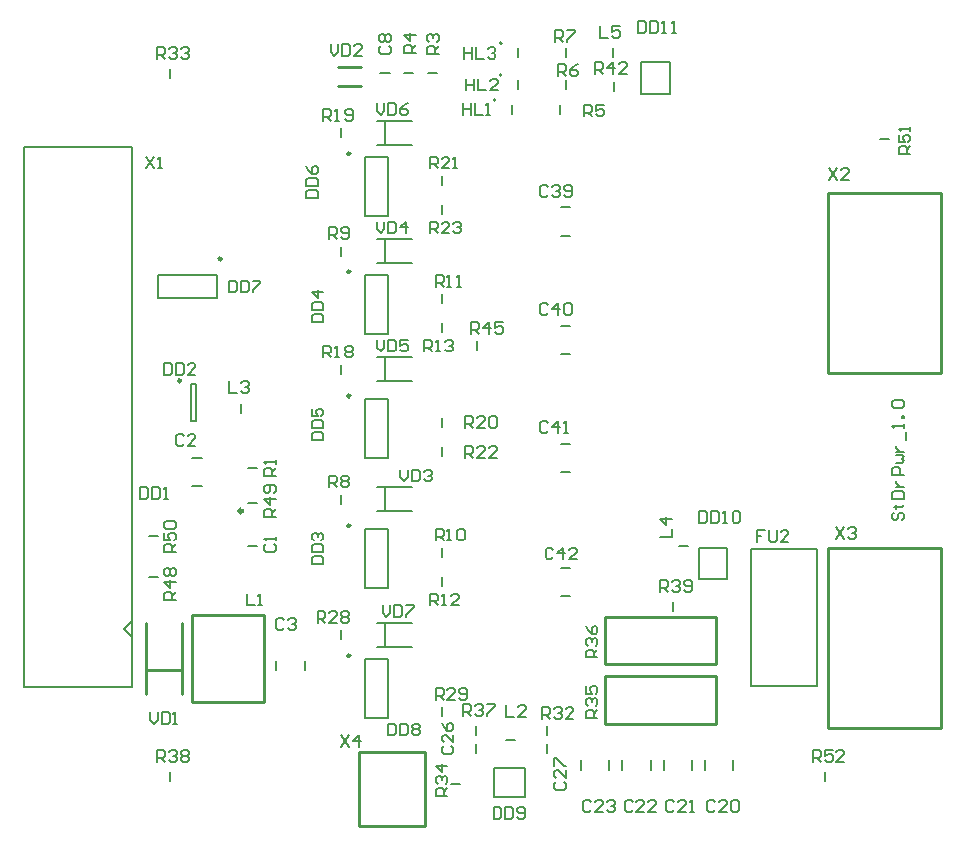
<source format=gto>
G04 Layer_Color=65535*
%FSLAX44Y44*%
%MOMM*%
G71*
G01*
G75*
%ADD32C,0.2000*%
%ADD34C,0.3000*%
%ADD51C,0.2500*%
%ADD52C,0.2540*%
%ADD53C,0.1500*%
D32*
X721000Y998000D02*
G03*
X721000Y998000I-1000J0D01*
G01*
X726000Y1019000D02*
G03*
X726000Y1019000I-1000J0D01*
G01*
Y1046000D02*
G03*
X726000Y1046000I-1000J0D01*
G01*
X719000Y408000D02*
Y432000D01*
Y408000D02*
X746000D01*
Y432000D01*
X719000D02*
X746000D01*
X793000Y431000D02*
Y439000D01*
X817000Y431000D02*
Y439000D01*
X828000Y431000D02*
Y439000D01*
X852000Y431000D02*
Y439000D01*
X863000Y431000D02*
Y439000D01*
X887000Y431000D02*
Y439000D01*
X898000Y431000D02*
Y439000D01*
X922000Y431000D02*
Y439000D01*
X620000Y960000D02*
X650000D01*
X620000Y980000D02*
X650000D01*
X627500Y960000D02*
Y980000D01*
X610000Y900000D02*
X630000D01*
X610000Y950000D02*
X630000D01*
Y900000D02*
Y950000D01*
X610000Y900000D02*
Y950000D01*
X620000Y860000D02*
X650000D01*
X620000Y880000D02*
X650000D01*
X627500Y860000D02*
Y880000D01*
X610000Y800000D02*
X630000D01*
X610000Y850000D02*
X630000D01*
Y800000D02*
Y850000D01*
X610000Y800000D02*
Y850000D01*
X620000Y760000D02*
X650000D01*
X620000Y780000D02*
X650000D01*
X627500Y760000D02*
Y780000D01*
X610000Y695000D02*
X630000D01*
X610000Y745000D02*
X630000D01*
Y695000D02*
Y745000D01*
X610000Y695000D02*
Y745000D01*
X620000Y650000D02*
X650000D01*
X620000Y670000D02*
X650000D01*
X627500Y650000D02*
Y670000D01*
X610000Y585000D02*
X630000D01*
X610000Y635000D02*
X630000D01*
Y585000D02*
Y635000D01*
X610000Y585000D02*
Y635000D01*
X620000Y535000D02*
X650000D01*
X620000Y555000D02*
X650000D01*
X627500Y535000D02*
Y555000D01*
X610000Y475000D02*
X630000D01*
X610000Y525000D02*
X630000D01*
Y475000D02*
Y525000D01*
X610000Y475000D02*
Y525000D01*
X464000Y695000D02*
X472000D01*
X464000Y671000D02*
X472000D01*
X467500Y726500D02*
Y757500D01*
X462500Y726500D02*
Y757500D01*
Y726500D02*
X467500D01*
X462500Y757500D02*
X467500D01*
X435000Y830000D02*
Y850000D01*
X485000Y830000D02*
Y850000D01*
X435000Y830000D02*
X485000D01*
X435000Y850000D02*
X485000D01*
X413000Y500600D02*
Y957800D01*
X321600Y500600D02*
Y957800D01*
X413000D01*
X321600Y500600D02*
X413000D01*
X406000Y550000D02*
X413000Y543000D01*
X406000Y550000D02*
X413000Y557000D01*
X559000Y515000D02*
Y523000D01*
X535000Y515000D02*
Y523000D01*
X776000Y683000D02*
X784000D01*
X776000Y707000D02*
X784000D01*
X776000Y783000D02*
X784000D01*
X776000Y807000D02*
X784000D01*
X776000Y883000D02*
X784000D01*
X776000Y907000D02*
X784000D01*
X844000Y1030000D02*
X868000D01*
X844000Y1003000D02*
Y1030000D01*
Y1003000D02*
X868000D01*
Y1030000D01*
X893000Y619000D02*
X917000D01*
X893000Y592000D02*
Y619000D01*
Y592000D02*
X917000D01*
Y619000D01*
X937000Y618000D02*
X993000D01*
X937000Y502000D02*
Y618000D01*
Y502000D02*
X993000D01*
Y618000D01*
X776000Y578000D02*
X784000D01*
X776000Y602000D02*
X784000D01*
X1058003Y648664D02*
X1056337Y646998D01*
Y643666D01*
X1058003Y642000D01*
X1059669D01*
X1061336Y643666D01*
Y646998D01*
X1063002Y648664D01*
X1064668D01*
X1066334Y646998D01*
Y643666D01*
X1064668Y642000D01*
X1058003Y653663D02*
X1059669D01*
Y651997D01*
Y655329D01*
Y653663D01*
X1064668D01*
X1066334Y655329D01*
X1056337Y660327D02*
X1066334D01*
Y665326D01*
X1064668Y666992D01*
X1058003D01*
X1056337Y665326D01*
Y660327D01*
X1059669Y670324D02*
X1066334D01*
X1063002D01*
X1061336Y671990D01*
X1059669Y673656D01*
Y675323D01*
X1066334Y680321D02*
X1056337D01*
Y685319D01*
X1058003Y686985D01*
X1061336D01*
X1063002Y685319D01*
Y680321D01*
X1059669Y690318D02*
X1064668D01*
X1066334Y691984D01*
X1064668Y693650D01*
X1066334Y695316D01*
X1064668Y696982D01*
X1059669D01*
Y700315D02*
X1066334D01*
X1063002D01*
X1061336Y701981D01*
X1059669Y703647D01*
Y705313D01*
X1068000Y710311D02*
Y716976D01*
X1066334Y720308D02*
Y723640D01*
Y721974D01*
X1056337D01*
X1058003Y720308D01*
X1066334Y728639D02*
X1064668D01*
Y730305D01*
X1066334D01*
Y728639D01*
X1058003Y736969D02*
X1056337Y738635D01*
Y741968D01*
X1058003Y743634D01*
X1064668D01*
X1066334Y741968D01*
Y738635D01*
X1064668Y736969D01*
X1058003D01*
X989330Y437712D02*
Y447709D01*
X994328D01*
X995994Y446043D01*
Y442710D01*
X994328Y441044D01*
X989330D01*
X992662D02*
X995994Y437712D01*
X1005991Y447709D02*
X999327D01*
Y442710D01*
X1002659Y444376D01*
X1004325D01*
X1005991Y442710D01*
Y439378D01*
X1004325Y437712D01*
X1000993D01*
X999327Y439378D01*
X1015988Y437712D02*
X1009324D01*
X1015988Y444376D01*
Y446043D01*
X1014322Y447709D01*
X1010990D01*
X1009324Y446043D01*
X1072000Y952000D02*
X1062003D01*
Y956998D01*
X1063669Y958664D01*
X1067002D01*
X1068668Y956998D01*
Y952000D01*
Y955332D02*
X1072000Y958664D01*
X1062003Y968661D02*
Y961997D01*
X1067002D01*
X1065335Y965329D01*
Y966995D01*
X1067002Y968661D01*
X1070334D01*
X1072000Y966995D01*
Y963663D01*
X1070334Y961997D01*
X1072000Y971994D02*
Y975326D01*
Y973660D01*
X1062003D01*
X1063669Y971994D01*
X434340Y437712D02*
Y447709D01*
X439338D01*
X441004Y446043D01*
Y442710D01*
X439338Y441044D01*
X434340D01*
X437672D02*
X441004Y437712D01*
X444337Y446043D02*
X446003Y447709D01*
X449335D01*
X451001Y446043D01*
Y444376D01*
X449335Y442710D01*
X447669D01*
X449335D01*
X451001Y441044D01*
Y439378D01*
X449335Y437712D01*
X446003D01*
X444337Y439378D01*
X454334Y446043D02*
X456000Y447709D01*
X459332D01*
X460998Y446043D01*
Y444376D01*
X459332Y442710D01*
X460998Y441044D01*
Y439378D01*
X459332Y437712D01*
X456000D01*
X454334Y439378D01*
Y441044D01*
X456000Y442710D01*
X454334Y444376D01*
Y446043D01*
X456000Y442710D02*
X459332D01*
X434340Y1032482D02*
Y1042479D01*
X439338D01*
X441004Y1040813D01*
Y1037480D01*
X439338Y1035814D01*
X434340D01*
X437672D02*
X441004Y1032482D01*
X444337Y1040813D02*
X446003Y1042479D01*
X449335D01*
X451001Y1040813D01*
Y1039146D01*
X449335Y1037480D01*
X447669D01*
X449335D01*
X451001Y1035814D01*
Y1034148D01*
X449335Y1032482D01*
X446003D01*
X444337Y1034148D01*
X454334Y1040813D02*
X456000Y1042479D01*
X459332D01*
X460998Y1040813D01*
Y1039146D01*
X459332Y1037480D01*
X457666D01*
X459332D01*
X460998Y1035814D01*
Y1034148D01*
X459332Y1032482D01*
X456000D01*
X454334Y1034148D01*
X809324Y1060489D02*
Y1050492D01*
X815988D01*
X825985Y1060489D02*
X819321D01*
Y1055490D01*
X822653Y1057157D01*
X824319D01*
X825985Y1055490D01*
Y1052158D01*
X824319Y1050492D01*
X820987D01*
X819321Y1052158D01*
X860003Y628000D02*
X870000D01*
Y634664D01*
Y642995D02*
X860003D01*
X865002Y637997D01*
Y644661D01*
X769665Y617331D02*
X767998Y618997D01*
X764666D01*
X763000Y617331D01*
Y610666D01*
X764666Y609000D01*
X767998D01*
X769665Y610666D01*
X777995Y609000D02*
Y618997D01*
X772997Y613998D01*
X779661D01*
X789658Y609000D02*
X782994D01*
X789658Y615664D01*
Y617331D01*
X787992Y618997D01*
X784660D01*
X782994Y617331D01*
X765362Y724427D02*
X763696Y726093D01*
X760364D01*
X758698Y724427D01*
Y717762D01*
X760364Y716096D01*
X763696D01*
X765362Y717762D01*
X773693Y716096D02*
Y726093D01*
X768695Y721094D01*
X775359D01*
X778692Y716096D02*
X782024D01*
X780358D01*
Y726093D01*
X778692Y724427D01*
X765362Y824503D02*
X763696Y826169D01*
X760364D01*
X758698Y824503D01*
Y817838D01*
X760364Y816172D01*
X763696D01*
X765362Y817838D01*
X773693Y816172D02*
Y826169D01*
X768695Y821170D01*
X775359D01*
X778692Y824503D02*
X780358Y826169D01*
X783690D01*
X785356Y824503D01*
Y817838D01*
X783690Y816172D01*
X780358D01*
X778692Y817838D01*
Y824503D01*
X765362Y924325D02*
X763696Y925991D01*
X760364D01*
X758698Y924325D01*
Y917660D01*
X760364Y915994D01*
X763696D01*
X765362Y917660D01*
X768695Y924325D02*
X770361Y925991D01*
X773693D01*
X775359Y924325D01*
Y922658D01*
X773693Y920992D01*
X772027D01*
X773693D01*
X775359Y919326D01*
Y917660D01*
X773693Y915994D01*
X770361D01*
X768695Y917660D01*
X778692D02*
X780358Y915994D01*
X783690D01*
X785356Y917660D01*
Y924325D01*
X783690Y925991D01*
X780358D01*
X778692Y924325D01*
Y922658D01*
X780358Y920992D01*
X785356D01*
X428000Y479997D02*
Y473332D01*
X431332Y470000D01*
X434664Y473332D01*
Y479997D01*
X437997D02*
Y470000D01*
X442995D01*
X444661Y471666D01*
Y478331D01*
X442995Y479997D01*
X437997D01*
X447994Y470000D02*
X451326D01*
X449660D01*
Y479997D01*
X447994Y478331D01*
X510000Y579997D02*
Y570000D01*
X516665D01*
X519997D02*
X523329D01*
X521663D01*
Y579997D01*
X519997Y578331D01*
X420000Y669997D02*
Y660000D01*
X424998D01*
X426665Y661666D01*
Y668331D01*
X424998Y669997D01*
X420000D01*
X429997D02*
Y660000D01*
X434995D01*
X436661Y661666D01*
Y668331D01*
X434995Y669997D01*
X429997D01*
X439994Y660000D02*
X443326D01*
X441660D01*
Y669997D01*
X439994Y668331D01*
X590000Y459997D02*
X596665Y450000D01*
Y459997D02*
X590000Y450000D01*
X604995D02*
Y459997D01*
X599997Y454998D01*
X606661D01*
X1009000Y635997D02*
X1015665Y626000D01*
Y635997D02*
X1009000Y626000D01*
X1018997Y634331D02*
X1020663Y635997D01*
X1023995D01*
X1025661Y634331D01*
Y632664D01*
X1023995Y630998D01*
X1022329D01*
X1023995D01*
X1025661Y629332D01*
Y627666D01*
X1023995Y626000D01*
X1020663D01*
X1018997Y627666D01*
X1003046Y939961D02*
X1009710Y929964D01*
Y939961D02*
X1003046Y929964D01*
X1019707D02*
X1013043D01*
X1019707Y936628D01*
Y938295D01*
X1018041Y939961D01*
X1014709D01*
X1013043Y938295D01*
X425000Y949997D02*
X431665Y940000D01*
Y949997D02*
X425000Y940000D01*
X434997D02*
X438329D01*
X436663D01*
Y949997D01*
X434997Y948331D01*
X625000Y569997D02*
Y563332D01*
X628332Y560000D01*
X631665Y563332D01*
Y569997D01*
X634997D02*
Y560000D01*
X639995D01*
X641661Y561666D01*
Y568331D01*
X639995Y569997D01*
X634997D01*
X644994D02*
X651658D01*
Y568331D01*
X644994Y561666D01*
Y560000D01*
X620000Y994997D02*
Y988332D01*
X623332Y985000D01*
X626665Y988332D01*
Y994997D01*
X629997D02*
Y985000D01*
X634995D01*
X636661Y986666D01*
Y993331D01*
X634995Y994997D01*
X629997D01*
X646658D02*
X643326Y993331D01*
X639994Y989998D01*
Y986666D01*
X641660Y985000D01*
X644992D01*
X646658Y986666D01*
Y988332D01*
X644992Y989998D01*
X639994D01*
X620000Y794997D02*
Y788332D01*
X623332Y785000D01*
X626665Y788332D01*
Y794997D01*
X629997D02*
Y785000D01*
X634995D01*
X636661Y786666D01*
Y793331D01*
X634995Y794997D01*
X629997D01*
X646658D02*
X639994D01*
Y789998D01*
X643326Y791665D01*
X644992D01*
X646658Y789998D01*
Y786666D01*
X644992Y785000D01*
X641660D01*
X639994Y786666D01*
X620000Y894997D02*
Y888332D01*
X623332Y885000D01*
X626665Y888332D01*
Y894997D01*
X629997D02*
Y885000D01*
X634995D01*
X636661Y886666D01*
Y893331D01*
X634995Y894997D01*
X629997D01*
X644992Y885000D02*
Y894997D01*
X639994Y889998D01*
X646658D01*
X640000Y684997D02*
Y678332D01*
X643332Y675000D01*
X646665Y678332D01*
Y684997D01*
X649997D02*
Y675000D01*
X654995D01*
X656661Y676666D01*
Y683331D01*
X654995Y684997D01*
X649997D01*
X659994Y683331D02*
X661660Y684997D01*
X664992D01*
X666658Y683331D01*
Y681665D01*
X664992Y679998D01*
X663326D01*
X664992D01*
X666658Y678332D01*
Y676666D01*
X664992Y675000D01*
X661660D01*
X659994Y676666D01*
X581000Y1044997D02*
Y1038332D01*
X584332Y1035000D01*
X587664Y1038332D01*
Y1044997D01*
X590997D02*
Y1035000D01*
X595995D01*
X597661Y1036666D01*
Y1043331D01*
X595995Y1044997D01*
X590997D01*
X607658Y1035000D02*
X600993D01*
X607658Y1041665D01*
Y1043331D01*
X605992Y1044997D01*
X602660D01*
X600993Y1043331D01*
X450000Y615000D02*
X440003D01*
Y619998D01*
X441669Y621665D01*
X445002D01*
X446668Y619998D01*
Y615000D01*
Y618332D02*
X450000Y621665D01*
X440003Y631661D02*
Y624997D01*
X445002D01*
X443335Y628329D01*
Y629995D01*
X445002Y631661D01*
X448334D01*
X450000Y629995D01*
Y626663D01*
X448334Y624997D01*
X441669Y634994D02*
X440003Y636660D01*
Y639992D01*
X441669Y641658D01*
X448334D01*
X450000Y639992D01*
Y636660D01*
X448334Y634994D01*
X441669D01*
X535000Y645000D02*
X525003D01*
Y649998D01*
X526669Y651665D01*
X530002D01*
X531668Y649998D01*
Y645000D01*
Y648332D02*
X535000Y651665D01*
Y659995D02*
X525003D01*
X530002Y654997D01*
Y661661D01*
X533334Y664994D02*
X535000Y666660D01*
Y669992D01*
X533334Y671658D01*
X526669D01*
X525003Y669992D01*
Y666660D01*
X526669Y664994D01*
X528335D01*
X530002Y666660D01*
Y671658D01*
X450000Y575000D02*
X440003D01*
Y579998D01*
X441669Y581665D01*
X445002D01*
X446668Y579998D01*
Y575000D01*
Y578332D02*
X450000Y581665D01*
Y589995D02*
X440003D01*
X445002Y584997D01*
Y591661D01*
X441669Y594994D02*
X440003Y596660D01*
Y599992D01*
X441669Y601658D01*
X443335D01*
X445002Y599992D01*
X446668Y601658D01*
X448334D01*
X450000Y599992D01*
Y596660D01*
X448334Y594994D01*
X446668D01*
X445002Y596660D01*
X443335Y594994D01*
X441669D01*
X445002Y596660D02*
Y599992D01*
X700000Y800000D02*
Y809997D01*
X704998D01*
X706665Y808331D01*
Y804998D01*
X704998Y803332D01*
X700000D01*
X703332D02*
X706665Y800000D01*
X714995D02*
Y809997D01*
X709997Y804998D01*
X716661D01*
X726658Y809997D02*
X719994D01*
Y804998D01*
X723326Y806665D01*
X724992D01*
X726658Y804998D01*
Y801666D01*
X724992Y800000D01*
X721660D01*
X719994Y801666D01*
X805000Y1020000D02*
Y1029997D01*
X809998D01*
X811665Y1028331D01*
Y1024998D01*
X809998Y1023332D01*
X805000D01*
X808332D02*
X811665Y1020000D01*
X819995D02*
Y1029997D01*
X814997Y1024998D01*
X821661D01*
X831658Y1020000D02*
X824994D01*
X831658Y1026665D01*
Y1028331D01*
X829992Y1029997D01*
X826660D01*
X824994Y1028331D01*
X860298Y581476D02*
Y591473D01*
X865296D01*
X866963Y589807D01*
Y586474D01*
X865296Y584808D01*
X860298D01*
X863630D02*
X866963Y581476D01*
X870295Y589807D02*
X871961Y591473D01*
X875293D01*
X876959Y589807D01*
Y588140D01*
X875293Y586474D01*
X873627D01*
X875293D01*
X876959Y584808D01*
Y583142D01*
X875293Y581476D01*
X871961D01*
X870295Y583142D01*
X880292D02*
X881958Y581476D01*
X885290D01*
X886956Y583142D01*
Y589807D01*
X885290Y591473D01*
X881958D01*
X880292Y589807D01*
Y588140D01*
X881958Y586474D01*
X886956D01*
X693420Y476604D02*
Y486601D01*
X698418D01*
X700085Y484935D01*
Y481602D01*
X698418Y479936D01*
X693420D01*
X696752D02*
X700085Y476604D01*
X703417Y484935D02*
X705083Y486601D01*
X708415D01*
X710081Y484935D01*
Y483269D01*
X708415Y481602D01*
X706749D01*
X708415D01*
X710081Y479936D01*
Y478270D01*
X708415Y476604D01*
X705083D01*
X703417Y478270D01*
X713414Y486601D02*
X720078D01*
Y484935D01*
X713414Y478270D01*
Y476604D01*
X807000Y526000D02*
X797003D01*
Y530998D01*
X798669Y532664D01*
X802002D01*
X803668Y530998D01*
Y526000D01*
Y529332D02*
X807000Y532664D01*
X798669Y535997D02*
X797003Y537663D01*
Y540995D01*
X798669Y542661D01*
X800335D01*
X802002Y540995D01*
Y539329D01*
Y540995D01*
X803668Y542661D01*
X805334D01*
X807000Y540995D01*
Y537663D01*
X805334Y535997D01*
X797003Y552658D02*
X798669Y549326D01*
X802002Y545994D01*
X805334D01*
X807000Y547660D01*
Y550992D01*
X805334Y552658D01*
X803668D01*
X802002Y550992D01*
Y545994D01*
X807000Y475000D02*
X797003D01*
Y479998D01*
X798669Y481665D01*
X802002D01*
X803668Y479998D01*
Y475000D01*
Y478332D02*
X807000Y481665D01*
X798669Y484997D02*
X797003Y486663D01*
Y489995D01*
X798669Y491661D01*
X800335D01*
X802002Y489995D01*
Y488329D01*
Y489995D01*
X803668Y491661D01*
X805334D01*
X807000Y489995D01*
Y486663D01*
X805334Y484997D01*
X797003Y501658D02*
Y494994D01*
X802002D01*
X800335Y498326D01*
Y499992D01*
X802002Y501658D01*
X805334D01*
X807000Y499992D01*
Y496660D01*
X805334Y494994D01*
X680000Y409000D02*
X670003D01*
Y413998D01*
X671669Y415664D01*
X675002D01*
X676668Y413998D01*
Y409000D01*
Y412332D02*
X680000Y415664D01*
X671669Y418997D02*
X670003Y420663D01*
Y423995D01*
X671669Y425661D01*
X673335D01*
X675002Y423995D01*
Y422329D01*
Y423995D01*
X676668Y425661D01*
X678334D01*
X680000Y423995D01*
Y420663D01*
X678334Y418997D01*
X680000Y433992D02*
X670003D01*
X675002Y428994D01*
Y435658D01*
X760000Y474000D02*
Y483997D01*
X764998D01*
X766665Y482331D01*
Y478998D01*
X764998Y477332D01*
X760000D01*
X763332D02*
X766665Y474000D01*
X769997Y482331D02*
X771663Y483997D01*
X774995D01*
X776661Y482331D01*
Y480664D01*
X774995Y478998D01*
X773329D01*
X774995D01*
X776661Y477332D01*
Y475666D01*
X774995Y474000D01*
X771663D01*
X769997Y475666D01*
X786658Y474000D02*
X779994D01*
X786658Y480664D01*
Y482331D01*
X784992Y483997D01*
X781660D01*
X779994Y482331D01*
X670000Y490000D02*
Y499997D01*
X674998D01*
X676665Y498331D01*
Y494998D01*
X674998Y493332D01*
X670000D01*
X673332D02*
X676665Y490000D01*
X686661D02*
X679997D01*
X686661Y496665D01*
Y498331D01*
X684995Y499997D01*
X681663D01*
X679997Y498331D01*
X689994Y491666D02*
X691660Y490000D01*
X694992D01*
X696658Y491666D01*
Y498331D01*
X694992Y499997D01*
X691660D01*
X689994Y498331D01*
Y496665D01*
X691660Y494998D01*
X696658D01*
X570000Y555000D02*
Y564997D01*
X574998D01*
X576665Y563331D01*
Y559998D01*
X574998Y558332D01*
X570000D01*
X573332D02*
X576665Y555000D01*
X586661D02*
X579997D01*
X586661Y561665D01*
Y563331D01*
X584995Y564997D01*
X581663D01*
X579997Y563331D01*
X589994D02*
X591660Y564997D01*
X594992D01*
X596658Y563331D01*
Y561665D01*
X594992Y559998D01*
X596658Y558332D01*
Y556666D01*
X594992Y555000D01*
X591660D01*
X589994Y556666D01*
Y558332D01*
X591660Y559998D01*
X589994Y561665D01*
Y563331D01*
X591660Y559998D02*
X594992D01*
X665000Y885000D02*
Y894997D01*
X669998D01*
X671665Y893331D01*
Y889998D01*
X669998Y888332D01*
X665000D01*
X668332D02*
X671665Y885000D01*
X681661D02*
X674997D01*
X681661Y891665D01*
Y893331D01*
X679995Y894997D01*
X676663D01*
X674997Y893331D01*
X684994D02*
X686660Y894997D01*
X689992D01*
X691658Y893331D01*
Y891665D01*
X689992Y889998D01*
X688326D01*
X689992D01*
X691658Y888332D01*
Y886666D01*
X689992Y885000D01*
X686660D01*
X684994Y886666D01*
X695000Y695000D02*
Y704997D01*
X699998D01*
X701665Y703331D01*
Y699998D01*
X699998Y698332D01*
X695000D01*
X698332D02*
X701665Y695000D01*
X711661D02*
X704997D01*
X711661Y701665D01*
Y703331D01*
X709995Y704997D01*
X706663D01*
X704997Y703331D01*
X721658Y695000D02*
X714994D01*
X721658Y701665D01*
Y703331D01*
X719992Y704997D01*
X716660D01*
X714994Y703331D01*
X665000Y940000D02*
Y949997D01*
X669998D01*
X671665Y948331D01*
Y944998D01*
X669998Y943332D01*
X665000D01*
X668332D02*
X671665Y940000D01*
X681661D02*
X674997D01*
X681661Y946665D01*
Y948331D01*
X679995Y949997D01*
X676663D01*
X674997Y948331D01*
X684994Y940000D02*
X688326D01*
X686660D01*
Y949997D01*
X684994Y948331D01*
X695000Y720000D02*
Y729997D01*
X699998D01*
X701665Y728331D01*
Y724998D01*
X699998Y723332D01*
X695000D01*
X698332D02*
X701665Y720000D01*
X711661D02*
X704997D01*
X711661Y726665D01*
Y728331D01*
X709995Y729997D01*
X706663D01*
X704997Y728331D01*
X714994D02*
X716660Y729997D01*
X719992D01*
X721658Y728331D01*
Y721666D01*
X719992Y720000D01*
X716660D01*
X714994Y721666D01*
Y728331D01*
X575000Y980000D02*
Y989997D01*
X579998D01*
X581665Y988331D01*
Y984998D01*
X579998Y983332D01*
X575000D01*
X578332D02*
X581665Y980000D01*
X584997D02*
X588329D01*
X586663D01*
Y989997D01*
X584997Y988331D01*
X593327Y981666D02*
X594994Y980000D01*
X598326D01*
X599992Y981666D01*
Y988331D01*
X598326Y989997D01*
X594994D01*
X593327Y988331D01*
Y986665D01*
X594994Y984998D01*
X599992D01*
X575000Y780000D02*
Y789997D01*
X579998D01*
X581665Y788331D01*
Y784998D01*
X579998Y783332D01*
X575000D01*
X578332D02*
X581665Y780000D01*
X584997D02*
X588329D01*
X586663D01*
Y789997D01*
X584997Y788331D01*
X593327D02*
X594994Y789997D01*
X598326D01*
X599992Y788331D01*
Y786665D01*
X598326Y784998D01*
X599992Y783332D01*
Y781666D01*
X598326Y780000D01*
X594994D01*
X593327Y781666D01*
Y783332D01*
X594994Y784998D01*
X593327Y786665D01*
Y788331D01*
X594994Y784998D02*
X598326D01*
X660000Y785000D02*
Y794997D01*
X664998D01*
X666665Y793331D01*
Y789998D01*
X664998Y788332D01*
X660000D01*
X663332D02*
X666665Y785000D01*
X669997D02*
X673329D01*
X671663D01*
Y794997D01*
X669997Y793331D01*
X678327D02*
X679994Y794997D01*
X683326D01*
X684992Y793331D01*
Y791665D01*
X683326Y789998D01*
X681660D01*
X683326D01*
X684992Y788332D01*
Y786666D01*
X683326Y785000D01*
X679994D01*
X678327Y786666D01*
X665000Y570000D02*
Y579997D01*
X669998D01*
X671665Y578331D01*
Y574998D01*
X669998Y573332D01*
X665000D01*
X668332D02*
X671665Y570000D01*
X674997D02*
X678329D01*
X676663D01*
Y579997D01*
X674997Y578331D01*
X689992Y570000D02*
X683327D01*
X689992Y576665D01*
Y578331D01*
X688326Y579997D01*
X684994D01*
X683327Y578331D01*
X670000Y840000D02*
Y849997D01*
X674998D01*
X676665Y848331D01*
Y844998D01*
X674998Y843332D01*
X670000D01*
X673332D02*
X676665Y840000D01*
X679997D02*
X683329D01*
X681663D01*
Y849997D01*
X679997Y848331D01*
X688327Y840000D02*
X691660D01*
X689994D01*
Y849997D01*
X688327Y848331D01*
X670000Y625000D02*
Y634997D01*
X674998D01*
X676665Y633331D01*
Y629998D01*
X674998Y628332D01*
X670000D01*
X673332D02*
X676665Y625000D01*
X679997D02*
X683329D01*
X681663D01*
Y634997D01*
X679997Y633331D01*
X688327D02*
X689994Y634997D01*
X693326D01*
X694992Y633331D01*
Y626666D01*
X693326Y625000D01*
X689994D01*
X688327Y626666D01*
Y633331D01*
X580000Y880000D02*
Y889997D01*
X584998D01*
X586665Y888331D01*
Y884998D01*
X584998Y883332D01*
X580000D01*
X583332D02*
X586665Y880000D01*
X589997Y881666D02*
X591663Y880000D01*
X594995D01*
X596661Y881666D01*
Y888331D01*
X594995Y889997D01*
X591663D01*
X589997Y888331D01*
Y886665D01*
X591663Y884998D01*
X596661D01*
X580000Y670000D02*
Y679997D01*
X584998D01*
X586665Y678331D01*
Y674998D01*
X584998Y673332D01*
X580000D01*
X583332D02*
X586665Y670000D01*
X589997Y678331D02*
X591663Y679997D01*
X594995D01*
X596661Y678331D01*
Y676665D01*
X594995Y674998D01*
X596661Y673332D01*
Y671666D01*
X594995Y670000D01*
X591663D01*
X589997Y671666D01*
Y673332D01*
X591663Y674998D01*
X589997Y676665D01*
Y678331D01*
X591663Y674998D02*
X594995D01*
X771000Y1047000D02*
Y1056997D01*
X775998D01*
X777664Y1055331D01*
Y1051998D01*
X775998Y1050332D01*
X771000D01*
X774332D02*
X777664Y1047000D01*
X780997Y1056997D02*
X787661D01*
Y1055331D01*
X780997Y1048666D01*
Y1047000D01*
X774000Y1018000D02*
Y1027997D01*
X778998D01*
X780665Y1026331D01*
Y1022998D01*
X778998Y1021332D01*
X774000D01*
X777332D02*
X780665Y1018000D01*
X790661Y1027997D02*
X787329Y1026331D01*
X783997Y1022998D01*
Y1019666D01*
X785663Y1018000D01*
X788995D01*
X790661Y1019666D01*
Y1021332D01*
X788995Y1022998D01*
X783997D01*
X796000Y984000D02*
Y993997D01*
X800998D01*
X802664Y992331D01*
Y988998D01*
X800998Y987332D01*
X796000D01*
X799332D02*
X802664Y984000D01*
X812661Y993997D02*
X805997D01*
Y988998D01*
X809329Y990665D01*
X810995D01*
X812661Y988998D01*
Y985666D01*
X810995Y984000D01*
X807663D01*
X805997Y985666D01*
X653000Y1038000D02*
X643003D01*
Y1042998D01*
X644669Y1044665D01*
X648002D01*
X649668Y1042998D01*
Y1038000D01*
Y1041332D02*
X653000Y1044665D01*
Y1052995D02*
X643003D01*
X648002Y1047997D01*
Y1054661D01*
X673000Y1037000D02*
X663003D01*
Y1041998D01*
X664669Y1043664D01*
X668002D01*
X669668Y1041998D01*
Y1037000D01*
Y1040332D02*
X673000Y1043664D01*
X664669Y1046997D02*
X663003Y1048663D01*
Y1051995D01*
X664669Y1053661D01*
X666336D01*
X668002Y1051995D01*
Y1050329D01*
Y1051995D01*
X669668Y1053661D01*
X671334D01*
X673000Y1051995D01*
Y1048663D01*
X671334Y1046997D01*
X535000Y680000D02*
X525003D01*
Y684998D01*
X526669Y686665D01*
X530002D01*
X531668Y684998D01*
Y680000D01*
Y683332D02*
X535000Y686665D01*
Y689997D02*
Y693329D01*
Y691663D01*
X525003D01*
X526669Y689997D01*
X495000Y759997D02*
Y750000D01*
X501665D01*
X504997Y758331D02*
X506663Y759997D01*
X509995D01*
X511661Y758331D01*
Y756665D01*
X509995Y754998D01*
X508329D01*
X509995D01*
X511661Y753332D01*
Y751666D01*
X509995Y750000D01*
X506663D01*
X504997Y751666D01*
X729488Y485839D02*
Y475842D01*
X736152D01*
X746149D02*
X739485D01*
X746149Y482506D01*
Y484173D01*
X744483Y485839D01*
X741151D01*
X739485Y484173D01*
X694000Y1042997D02*
Y1033000D01*
Y1037998D01*
X700665D01*
Y1042997D01*
Y1033000D01*
X703997Y1042997D02*
Y1033000D01*
X710661D01*
X713994Y1041331D02*
X715660Y1042997D01*
X718992D01*
X720658Y1041331D01*
Y1039665D01*
X718992Y1037998D01*
X717326D01*
X718992D01*
X720658Y1036332D01*
Y1034666D01*
X718992Y1033000D01*
X715660D01*
X713994Y1034666D01*
X696000Y1015997D02*
Y1006000D01*
Y1010998D01*
X702664D01*
Y1015997D01*
Y1006000D01*
X705997Y1015997D02*
Y1006000D01*
X712661D01*
X722658D02*
X715994D01*
X722658Y1012664D01*
Y1014331D01*
X720992Y1015997D01*
X717660D01*
X715994Y1014331D01*
X693000Y994997D02*
Y985000D01*
Y989998D01*
X699665D01*
Y994997D01*
Y985000D01*
X702997Y994997D02*
Y985000D01*
X709661D01*
X712994D02*
X716326D01*
X714660D01*
Y994997D01*
X712994Y993331D01*
X948664Y633997D02*
X942000D01*
Y628998D01*
X945332D01*
X942000D01*
Y624000D01*
X951997Y633997D02*
Y625666D01*
X953663Y624000D01*
X956995D01*
X958661Y625666D01*
Y633997D01*
X968658Y624000D02*
X961994D01*
X968658Y630664D01*
Y632331D01*
X966992Y633997D01*
X963660D01*
X961994Y632331D01*
X841582Y1064553D02*
Y1054556D01*
X846580D01*
X848247Y1056222D01*
Y1062887D01*
X846580Y1064553D01*
X841582D01*
X851579D02*
Y1054556D01*
X856577D01*
X858243Y1056222D01*
Y1062887D01*
X856577Y1064553D01*
X851579D01*
X861576Y1054556D02*
X864908D01*
X863242D01*
Y1064553D01*
X861576Y1062887D01*
X869906Y1054556D02*
X873239D01*
X871572D01*
Y1064553D01*
X869906Y1062887D01*
X893000Y649997D02*
Y640000D01*
X897998D01*
X899665Y641666D01*
Y648331D01*
X897998Y649997D01*
X893000D01*
X902997D02*
Y640000D01*
X907995D01*
X909661Y641666D01*
Y648331D01*
X907995Y649997D01*
X902997D01*
X912994Y640000D02*
X916326D01*
X914660D01*
Y649997D01*
X912994Y648331D01*
X921324D02*
X922990Y649997D01*
X926323D01*
X927989Y648331D01*
Y641666D01*
X926323Y640000D01*
X922990D01*
X921324Y641666D01*
Y648331D01*
X719000Y398997D02*
Y389000D01*
X723998D01*
X725665Y390666D01*
Y397331D01*
X723998Y398997D01*
X719000D01*
X728997D02*
Y389000D01*
X733995D01*
X735661Y390666D01*
Y397331D01*
X733995Y398997D01*
X728997D01*
X738994Y390666D02*
X740660Y389000D01*
X743992D01*
X745658Y390666D01*
Y397331D01*
X743992Y398997D01*
X740660D01*
X738994Y397331D01*
Y395664D01*
X740660Y393998D01*
X745658D01*
X630000Y469997D02*
Y460000D01*
X634998D01*
X636665Y461666D01*
Y468331D01*
X634998Y469997D01*
X630000D01*
X639997D02*
Y460000D01*
X644995D01*
X646661Y461666D01*
Y468331D01*
X644995Y469997D01*
X639997D01*
X649994Y468331D02*
X651660Y469997D01*
X654992D01*
X656658Y468331D01*
Y466665D01*
X654992Y464998D01*
X656658Y463332D01*
Y461666D01*
X654992Y460000D01*
X651660D01*
X649994Y461666D01*
Y463332D01*
X651660Y464998D01*
X649994Y466665D01*
Y468331D01*
X651660Y464998D02*
X654992D01*
X495000Y844997D02*
Y835000D01*
X499998D01*
X501665Y836666D01*
Y843331D01*
X499998Y844997D01*
X495000D01*
X504997D02*
Y835000D01*
X509995D01*
X511661Y836666D01*
Y843331D01*
X509995Y844997D01*
X504997D01*
X514994D02*
X521658D01*
Y843331D01*
X514994Y836666D01*
Y835000D01*
X560003Y915000D02*
X570000D01*
Y919998D01*
X568334Y921665D01*
X561669D01*
X560003Y919998D01*
Y915000D01*
Y924997D02*
X570000D01*
Y929995D01*
X568334Y931661D01*
X561669D01*
X560003Y929995D01*
Y924997D01*
Y941658D02*
X561669Y938326D01*
X565002Y934994D01*
X568334D01*
X570000Y936660D01*
Y939992D01*
X568334Y941658D01*
X566668D01*
X565002Y939992D01*
Y934994D01*
X565003Y710000D02*
X575000D01*
Y714998D01*
X573334Y716665D01*
X566669D01*
X565003Y714998D01*
Y710000D01*
Y719997D02*
X575000D01*
Y724995D01*
X573334Y726661D01*
X566669D01*
X565003Y724995D01*
Y719997D01*
Y736658D02*
Y729994D01*
X570002D01*
X568335Y733326D01*
Y734992D01*
X570002Y736658D01*
X573334D01*
X575000Y734992D01*
Y731660D01*
X573334Y729994D01*
X565003Y810000D02*
X575000D01*
Y814998D01*
X573334Y816665D01*
X566669D01*
X565003Y814998D01*
Y810000D01*
Y819997D02*
X575000D01*
Y824995D01*
X573334Y826661D01*
X566669D01*
X565003Y824995D01*
Y819997D01*
X575000Y834992D02*
X565003D01*
X570002Y829994D01*
Y836658D01*
X565003Y605000D02*
X575000D01*
Y609998D01*
X573334Y611665D01*
X566669D01*
X565003Y609998D01*
Y605000D01*
Y614997D02*
X575000D01*
Y619995D01*
X573334Y621661D01*
X566669D01*
X565003Y619995D01*
Y614997D01*
X566669Y624994D02*
X565003Y626660D01*
Y629992D01*
X566669Y631658D01*
X568335D01*
X570002Y629992D01*
Y628326D01*
Y629992D01*
X571668Y631658D01*
X573334D01*
X575000Y629992D01*
Y626660D01*
X573334Y624994D01*
X440000Y774997D02*
Y765000D01*
X444998D01*
X446665Y766666D01*
Y773331D01*
X444998Y774997D01*
X440000D01*
X449997D02*
Y765000D01*
X454995D01*
X456661Y766666D01*
Y773331D01*
X454995Y774997D01*
X449997D01*
X466658Y765000D02*
X459994D01*
X466658Y771665D01*
Y773331D01*
X464992Y774997D01*
X461660D01*
X459994Y773331D01*
X771669Y420664D02*
X770003Y418998D01*
Y415666D01*
X771669Y414000D01*
X778334D01*
X780000Y415666D01*
Y418998D01*
X778334Y420664D01*
X780000Y430661D02*
Y423997D01*
X773335Y430661D01*
X771669D01*
X770003Y428995D01*
Y425663D01*
X771669Y423997D01*
X770003Y433994D02*
Y440658D01*
X771669D01*
X778334Y433994D01*
X780000D01*
X676669Y450664D02*
X675003Y448998D01*
Y445666D01*
X676669Y444000D01*
X683334D01*
X685000Y445666D01*
Y448998D01*
X683334Y450664D01*
X685000Y460661D02*
Y453997D01*
X678335Y460661D01*
X676669D01*
X675003Y458995D01*
Y455663D01*
X676669Y453997D01*
X675003Y470658D02*
X676669Y467326D01*
X680002Y463994D01*
X683334D01*
X685000Y465660D01*
Y468992D01*
X683334Y470658D01*
X681668D01*
X680002Y468992D01*
Y463994D01*
X801665Y403331D02*
X799998Y404997D01*
X796666D01*
X795000Y403331D01*
Y396666D01*
X796666Y395000D01*
X799998D01*
X801665Y396666D01*
X811661Y395000D02*
X804997D01*
X811661Y401665D01*
Y403331D01*
X809995Y404997D01*
X806663D01*
X804997Y403331D01*
X814994D02*
X816660Y404997D01*
X819992D01*
X821658Y403331D01*
Y401665D01*
X819992Y399998D01*
X818326D01*
X819992D01*
X821658Y398332D01*
Y396666D01*
X819992Y395000D01*
X816660D01*
X814994Y396666D01*
X836665Y403331D02*
X834998Y404997D01*
X831666D01*
X830000Y403331D01*
Y396666D01*
X831666Y395000D01*
X834998D01*
X836665Y396666D01*
X846661Y395000D02*
X839997D01*
X846661Y401665D01*
Y403331D01*
X844995Y404997D01*
X841663D01*
X839997Y403331D01*
X856658Y395000D02*
X849994D01*
X856658Y401665D01*
Y403331D01*
X854992Y404997D01*
X851660D01*
X849994Y403331D01*
X871665D02*
X869998Y404997D01*
X866666D01*
X865000Y403331D01*
Y396666D01*
X866666Y395000D01*
X869998D01*
X871665Y396666D01*
X881661Y395000D02*
X874997D01*
X881661Y401665D01*
Y403331D01*
X879995Y404997D01*
X876663D01*
X874997Y403331D01*
X884994Y395000D02*
X888326D01*
X886660D01*
Y404997D01*
X884994Y403331D01*
X906665D02*
X904998Y404997D01*
X901666D01*
X900000Y403331D01*
Y396666D01*
X901666Y395000D01*
X904998D01*
X906665Y396666D01*
X916661Y395000D02*
X909997D01*
X916661Y401665D01*
Y403331D01*
X914995Y404997D01*
X911663D01*
X909997Y403331D01*
X919994D02*
X921660Y404997D01*
X924992D01*
X926658Y403331D01*
Y396666D01*
X924992Y395000D01*
X921660D01*
X919994Y396666D01*
Y403331D01*
X623669Y1043664D02*
X622003Y1041998D01*
Y1038666D01*
X623669Y1037000D01*
X630334D01*
X632000Y1038666D01*
Y1041998D01*
X630334Y1043664D01*
X623669Y1046997D02*
X622003Y1048663D01*
Y1051995D01*
X623669Y1053661D01*
X625336D01*
X627002Y1051995D01*
X628668Y1053661D01*
X630334D01*
X632000Y1051995D01*
Y1048663D01*
X630334Y1046997D01*
X628668D01*
X627002Y1048663D01*
X625336Y1046997D01*
X623669D01*
X627002Y1048663D02*
Y1051995D01*
X541589Y557549D02*
X539922Y559215D01*
X536590D01*
X534924Y557549D01*
Y550884D01*
X536590Y549218D01*
X539922D01*
X541589Y550884D01*
X544921Y557549D02*
X546587Y559215D01*
X549919D01*
X551585Y557549D01*
Y555882D01*
X549919Y554216D01*
X548253D01*
X549919D01*
X551585Y552550D01*
Y550884D01*
X549919Y549218D01*
X546587D01*
X544921Y550884D01*
X456665Y713331D02*
X454998Y714997D01*
X451666D01*
X450000Y713331D01*
Y706666D01*
X451666Y705000D01*
X454998D01*
X456665Y706666D01*
X466661Y705000D02*
X459997D01*
X466661Y711665D01*
Y713331D01*
X464995Y714997D01*
X461663D01*
X459997Y713331D01*
X526669Y621665D02*
X525003Y619998D01*
Y616666D01*
X526669Y615000D01*
X533334D01*
X535000Y616666D01*
Y619998D01*
X533334Y621665D01*
X535000Y624997D02*
Y628329D01*
Y626663D01*
X525003D01*
X526669Y624997D01*
D34*
X506500Y650000D02*
G03*
X506500Y650000I-1500J0D01*
G01*
D51*
X597750Y952550D02*
G03*
X597750Y952550I-1250J0D01*
G01*
X597750Y852550D02*
G03*
X597750Y852550I-1250J0D01*
G01*
X597750Y747550D02*
G03*
X597750Y747550I-1250J0D01*
G01*
Y637550D02*
G03*
X597750Y637550I-1250J0D01*
G01*
X597750Y527550D02*
G03*
X597750Y527550I-1250J0D01*
G01*
X454250Y760250D02*
G03*
X454250Y760250I-1250J0D01*
G01*
X488800Y863500D02*
G03*
X488800Y863500I-1250J0D01*
G01*
D52*
X813000Y470000D02*
Y510000D01*
Y470000D02*
X907000D01*
Y510000D01*
X813000D02*
X907000D01*
X587000Y1026000D02*
X607000D01*
X587000Y1010000D02*
X607000D01*
X605000Y383000D02*
Y446000D01*
X661000D01*
Y383000D02*
Y446000D01*
X605000Y383000D02*
X661000D01*
X525000Y488000D02*
Y562000D01*
X464000Y488000D02*
X525000D01*
X464000D02*
Y562000D01*
X525000D01*
X425000Y495000D02*
Y555000D01*
X455000Y495000D02*
Y555000D01*
X425000Y515000D02*
X455000D01*
X1002300Y766650D02*
Y919050D01*
Y766650D02*
X1097550D01*
Y919050D01*
X1002300D02*
X1097550D01*
X1002300Y466650D02*
Y619050D01*
Y466650D02*
X1097550D01*
Y619050D01*
X1002300D02*
X1097550D01*
X813000Y520000D02*
Y560000D01*
Y520000D02*
X907000D01*
Y560000D01*
X813000D02*
X907000D01*
D53*
X704000Y445000D02*
Y453000D01*
X683190Y419000D02*
X690810D01*
X764000Y460190D02*
Y467810D01*
Y445000D02*
Y453000D01*
X876190Y620000D02*
X883810D01*
X821000Y1005190D02*
Y1012810D01*
X735000Y986190D02*
Y993810D01*
X740000Y1007190D02*
Y1014810D01*
Y1034190D02*
Y1041810D01*
X623000Y1021000D02*
X631000D01*
X643190D02*
X650810D01*
X590000Y966190D02*
Y973810D01*
X675000Y926190D02*
Y933810D01*
Y901190D02*
Y908810D01*
X590000Y866190D02*
Y873810D01*
X675000Y826190D02*
Y833810D01*
Y801190D02*
Y808810D01*
X705000Y786190D02*
Y793810D01*
X590000Y766190D02*
Y773810D01*
X675000Y721190D02*
Y728810D01*
Y696190D02*
Y703810D01*
X590000Y656190D02*
Y663810D01*
X675000Y611190D02*
Y618810D01*
Y586190D02*
Y593810D01*
X590000Y541190D02*
Y548810D01*
X675000Y476190D02*
Y483810D01*
X427190Y594000D02*
X434810D01*
X427190Y629000D02*
X434810D01*
X511190Y686000D02*
X518810D01*
X511000Y620000D02*
X519000D01*
X511190Y657000D02*
X518810D01*
X505000Y733190D02*
Y740810D01*
X445000Y1016190D02*
Y1023810D01*
Y421190D02*
Y428810D01*
X1000000Y421190D02*
Y428810D01*
X820000Y1034190D02*
Y1041810D01*
X871000Y565190D02*
Y572810D01*
X704000Y460190D02*
Y467810D01*
X729190Y456000D02*
X736810D01*
X775000Y986190D02*
Y993810D01*
X780000Y1007190D02*
Y1014810D01*
Y1034190D02*
Y1041810D01*
X663190Y1021000D02*
X670810D01*
X1046190Y965000D02*
X1053810D01*
M02*

</source>
